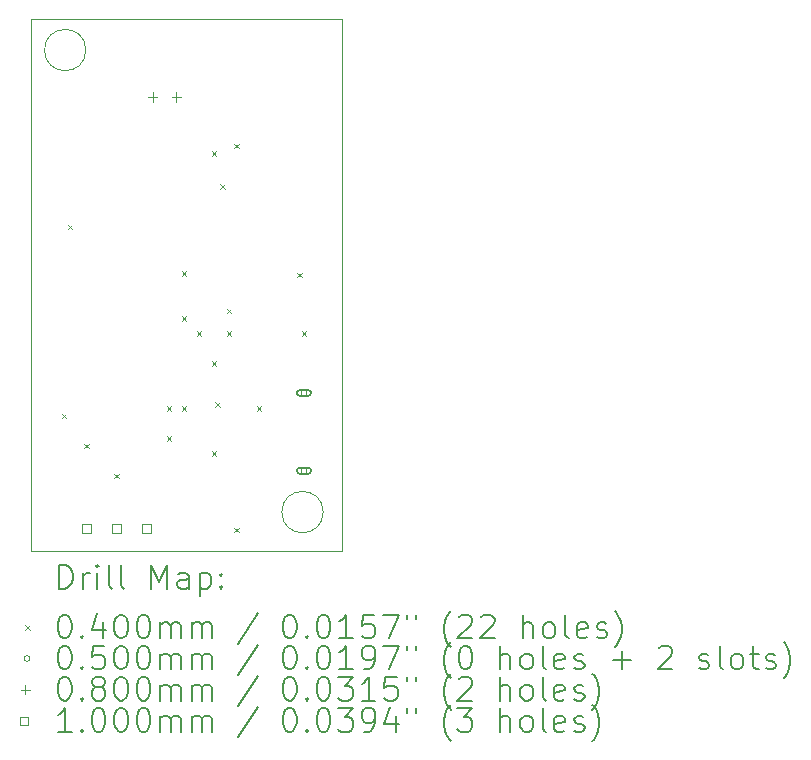
<source format=gbr>
%TF.GenerationSoftware,KiCad,Pcbnew,7.0.2*%
%TF.CreationDate,2023-06-29T20:21:06-04:00*%
%TF.ProjectId,skydiving-altimeter,736b7964-6976-4696-9e67-2d616c74696d,rev?*%
%TF.SameCoordinates,Original*%
%TF.FileFunction,Drillmap*%
%TF.FilePolarity,Positive*%
%FSLAX45Y45*%
G04 Gerber Fmt 4.5, Leading zero omitted, Abs format (unit mm)*
G04 Created by KiCad (PCBNEW 7.0.2) date 2023-06-29 20:21:06*
%MOMM*%
%LPD*%
G01*
G04 APERTURE LIST*
%ADD10C,0.100000*%
%ADD11C,0.200000*%
%ADD12C,0.040000*%
%ADD13C,0.050000*%
%ADD14C,0.080000*%
G04 APERTURE END LIST*
D10*
X10448500Y-7811500D02*
X13081000Y-7811500D01*
X13081000Y-12319000D01*
X10448500Y-12319000D01*
X10448500Y-7811500D01*
X10916400Y-8077200D02*
G75*
G03*
X10916400Y-8077200I-175000J0D01*
G01*
X12925800Y-11988800D02*
G75*
G03*
X12925800Y-11988800I-175000J0D01*
G01*
D11*
D12*
X10711500Y-11156000D02*
X10751500Y-11196000D01*
X10751500Y-11156000D02*
X10711500Y-11196000D01*
X10762300Y-9555800D02*
X10802300Y-9595800D01*
X10802300Y-9555800D02*
X10762300Y-9595800D01*
X10902000Y-11410000D02*
X10942000Y-11450000D01*
X10942000Y-11410000D02*
X10902000Y-11450000D01*
X11156000Y-11664000D02*
X11196000Y-11704000D01*
X11196000Y-11664000D02*
X11156000Y-11704000D01*
X11600500Y-11092500D02*
X11640500Y-11132500D01*
X11640500Y-11092500D02*
X11600500Y-11132500D01*
X11600500Y-11346500D02*
X11640500Y-11386500D01*
X11640500Y-11346500D02*
X11600500Y-11386500D01*
X11727500Y-9949500D02*
X11767500Y-9989500D01*
X11767500Y-9949500D02*
X11727500Y-9989500D01*
X11727500Y-10330500D02*
X11767500Y-10370500D01*
X11767500Y-10330500D02*
X11727500Y-10370500D01*
X11727500Y-11092500D02*
X11767500Y-11132500D01*
X11767500Y-11092500D02*
X11727500Y-11132500D01*
X11854500Y-10457500D02*
X11894500Y-10497500D01*
X11894500Y-10457500D02*
X11854500Y-10497500D01*
X11981500Y-8933500D02*
X12021500Y-8973500D01*
X12021500Y-8933500D02*
X11981500Y-8973500D01*
X11981500Y-10711500D02*
X12021500Y-10751500D01*
X12021500Y-10711500D02*
X11981500Y-10751500D01*
X11981500Y-11473500D02*
X12021500Y-11513500D01*
X12021500Y-11473500D02*
X11981500Y-11513500D01*
X12010500Y-11058000D02*
X12050500Y-11098000D01*
X12050500Y-11058000D02*
X12010500Y-11098000D01*
X12053950Y-9211500D02*
X12093950Y-9251500D01*
X12093950Y-9211500D02*
X12053950Y-9251500D01*
X12108500Y-10267000D02*
X12148500Y-10307000D01*
X12148500Y-10267000D02*
X12108500Y-10307000D01*
X12108500Y-10457500D02*
X12148500Y-10497500D01*
X12148500Y-10457500D02*
X12108500Y-10497500D01*
X12172000Y-8870000D02*
X12212000Y-8910000D01*
X12212000Y-8870000D02*
X12172000Y-8910000D01*
X12172000Y-12121200D02*
X12212000Y-12161200D01*
X12212000Y-12121200D02*
X12172000Y-12161200D01*
X12362500Y-11092500D02*
X12402500Y-11132500D01*
X12402500Y-11092500D02*
X12362500Y-11132500D01*
X12705400Y-9962200D02*
X12745400Y-10002200D01*
X12745400Y-9962200D02*
X12705400Y-10002200D01*
X12743500Y-10457500D02*
X12783500Y-10497500D01*
X12783500Y-10457500D02*
X12743500Y-10497500D01*
D13*
X12788500Y-10980000D02*
G75*
G03*
X12788500Y-10980000I-25000J0D01*
G01*
D11*
X12728500Y-11005000D02*
X12798500Y-11005000D01*
X12798500Y-11005000D02*
G75*
G03*
X12798500Y-10955000I0J25000D01*
G01*
X12798500Y-10955000D02*
X12728500Y-10955000D01*
X12728500Y-10955000D02*
G75*
G03*
X12728500Y-11005000I0J-25000D01*
G01*
D13*
X12788500Y-11640000D02*
G75*
G03*
X12788500Y-11640000I-25000J0D01*
G01*
D11*
X12728500Y-11665000D02*
X12798500Y-11665000D01*
X12798500Y-11665000D02*
G75*
G03*
X12798500Y-11615000I0J25000D01*
G01*
X12798500Y-11615000D02*
X12728500Y-11615000D01*
X12728500Y-11615000D02*
G75*
G03*
X12728500Y-11665000I0J-25000D01*
G01*
D14*
X11482400Y-8436250D02*
X11482400Y-8516250D01*
X11442400Y-8476250D02*
X11522400Y-8476250D01*
X11682400Y-8436250D02*
X11682400Y-8516250D01*
X11642400Y-8476250D02*
X11722400Y-8476250D01*
D10*
X10957356Y-12163856D02*
X10957356Y-12093144D01*
X10886644Y-12093144D01*
X10886644Y-12163856D01*
X10957356Y-12163856D01*
X11211356Y-12163856D02*
X11211356Y-12093144D01*
X11140644Y-12093144D01*
X11140644Y-12163856D01*
X11211356Y-12163856D01*
X11465356Y-12163856D02*
X11465356Y-12093144D01*
X11394644Y-12093144D01*
X11394644Y-12163856D01*
X11465356Y-12163856D01*
D11*
X10691119Y-12636524D02*
X10691119Y-12436524D01*
X10691119Y-12436524D02*
X10738738Y-12436524D01*
X10738738Y-12436524D02*
X10767310Y-12446048D01*
X10767310Y-12446048D02*
X10786357Y-12465095D01*
X10786357Y-12465095D02*
X10795881Y-12484143D01*
X10795881Y-12484143D02*
X10805405Y-12522238D01*
X10805405Y-12522238D02*
X10805405Y-12550809D01*
X10805405Y-12550809D02*
X10795881Y-12588905D01*
X10795881Y-12588905D02*
X10786357Y-12607952D01*
X10786357Y-12607952D02*
X10767310Y-12627000D01*
X10767310Y-12627000D02*
X10738738Y-12636524D01*
X10738738Y-12636524D02*
X10691119Y-12636524D01*
X10891119Y-12636524D02*
X10891119Y-12503190D01*
X10891119Y-12541286D02*
X10900643Y-12522238D01*
X10900643Y-12522238D02*
X10910167Y-12512714D01*
X10910167Y-12512714D02*
X10929214Y-12503190D01*
X10929214Y-12503190D02*
X10948262Y-12503190D01*
X11014929Y-12636524D02*
X11014929Y-12503190D01*
X11014929Y-12436524D02*
X11005405Y-12446048D01*
X11005405Y-12446048D02*
X11014929Y-12455571D01*
X11014929Y-12455571D02*
X11024452Y-12446048D01*
X11024452Y-12446048D02*
X11014929Y-12436524D01*
X11014929Y-12436524D02*
X11014929Y-12455571D01*
X11138738Y-12636524D02*
X11119690Y-12627000D01*
X11119690Y-12627000D02*
X11110167Y-12607952D01*
X11110167Y-12607952D02*
X11110167Y-12436524D01*
X11243500Y-12636524D02*
X11224452Y-12627000D01*
X11224452Y-12627000D02*
X11214928Y-12607952D01*
X11214928Y-12607952D02*
X11214928Y-12436524D01*
X11472071Y-12636524D02*
X11472071Y-12436524D01*
X11472071Y-12436524D02*
X11538738Y-12579381D01*
X11538738Y-12579381D02*
X11605405Y-12436524D01*
X11605405Y-12436524D02*
X11605405Y-12636524D01*
X11786357Y-12636524D02*
X11786357Y-12531762D01*
X11786357Y-12531762D02*
X11776833Y-12512714D01*
X11776833Y-12512714D02*
X11757786Y-12503190D01*
X11757786Y-12503190D02*
X11719690Y-12503190D01*
X11719690Y-12503190D02*
X11700643Y-12512714D01*
X11786357Y-12627000D02*
X11767309Y-12636524D01*
X11767309Y-12636524D02*
X11719690Y-12636524D01*
X11719690Y-12636524D02*
X11700643Y-12627000D01*
X11700643Y-12627000D02*
X11691119Y-12607952D01*
X11691119Y-12607952D02*
X11691119Y-12588905D01*
X11691119Y-12588905D02*
X11700643Y-12569857D01*
X11700643Y-12569857D02*
X11719690Y-12560333D01*
X11719690Y-12560333D02*
X11767309Y-12560333D01*
X11767309Y-12560333D02*
X11786357Y-12550809D01*
X11881595Y-12503190D02*
X11881595Y-12703190D01*
X11881595Y-12512714D02*
X11900643Y-12503190D01*
X11900643Y-12503190D02*
X11938738Y-12503190D01*
X11938738Y-12503190D02*
X11957786Y-12512714D01*
X11957786Y-12512714D02*
X11967309Y-12522238D01*
X11967309Y-12522238D02*
X11976833Y-12541286D01*
X11976833Y-12541286D02*
X11976833Y-12598428D01*
X11976833Y-12598428D02*
X11967309Y-12617476D01*
X11967309Y-12617476D02*
X11957786Y-12627000D01*
X11957786Y-12627000D02*
X11938738Y-12636524D01*
X11938738Y-12636524D02*
X11900643Y-12636524D01*
X11900643Y-12636524D02*
X11881595Y-12627000D01*
X12062548Y-12617476D02*
X12072071Y-12627000D01*
X12072071Y-12627000D02*
X12062548Y-12636524D01*
X12062548Y-12636524D02*
X12053024Y-12627000D01*
X12053024Y-12627000D02*
X12062548Y-12617476D01*
X12062548Y-12617476D02*
X12062548Y-12636524D01*
X12062548Y-12512714D02*
X12072071Y-12522238D01*
X12072071Y-12522238D02*
X12062548Y-12531762D01*
X12062548Y-12531762D02*
X12053024Y-12522238D01*
X12053024Y-12522238D02*
X12062548Y-12512714D01*
X12062548Y-12512714D02*
X12062548Y-12531762D01*
D12*
X10403500Y-12944000D02*
X10443500Y-12984000D01*
X10443500Y-12944000D02*
X10403500Y-12984000D01*
D11*
X10729214Y-12856524D02*
X10748262Y-12856524D01*
X10748262Y-12856524D02*
X10767310Y-12866048D01*
X10767310Y-12866048D02*
X10776833Y-12875571D01*
X10776833Y-12875571D02*
X10786357Y-12894619D01*
X10786357Y-12894619D02*
X10795881Y-12932714D01*
X10795881Y-12932714D02*
X10795881Y-12980333D01*
X10795881Y-12980333D02*
X10786357Y-13018428D01*
X10786357Y-13018428D02*
X10776833Y-13037476D01*
X10776833Y-13037476D02*
X10767310Y-13047000D01*
X10767310Y-13047000D02*
X10748262Y-13056524D01*
X10748262Y-13056524D02*
X10729214Y-13056524D01*
X10729214Y-13056524D02*
X10710167Y-13047000D01*
X10710167Y-13047000D02*
X10700643Y-13037476D01*
X10700643Y-13037476D02*
X10691119Y-13018428D01*
X10691119Y-13018428D02*
X10681595Y-12980333D01*
X10681595Y-12980333D02*
X10681595Y-12932714D01*
X10681595Y-12932714D02*
X10691119Y-12894619D01*
X10691119Y-12894619D02*
X10700643Y-12875571D01*
X10700643Y-12875571D02*
X10710167Y-12866048D01*
X10710167Y-12866048D02*
X10729214Y-12856524D01*
X10881595Y-13037476D02*
X10891119Y-13047000D01*
X10891119Y-13047000D02*
X10881595Y-13056524D01*
X10881595Y-13056524D02*
X10872071Y-13047000D01*
X10872071Y-13047000D02*
X10881595Y-13037476D01*
X10881595Y-13037476D02*
X10881595Y-13056524D01*
X11062548Y-12923190D02*
X11062548Y-13056524D01*
X11014929Y-12847000D02*
X10967310Y-12989857D01*
X10967310Y-12989857D02*
X11091119Y-12989857D01*
X11205405Y-12856524D02*
X11224452Y-12856524D01*
X11224452Y-12856524D02*
X11243500Y-12866048D01*
X11243500Y-12866048D02*
X11253024Y-12875571D01*
X11253024Y-12875571D02*
X11262548Y-12894619D01*
X11262548Y-12894619D02*
X11272071Y-12932714D01*
X11272071Y-12932714D02*
X11272071Y-12980333D01*
X11272071Y-12980333D02*
X11262548Y-13018428D01*
X11262548Y-13018428D02*
X11253024Y-13037476D01*
X11253024Y-13037476D02*
X11243500Y-13047000D01*
X11243500Y-13047000D02*
X11224452Y-13056524D01*
X11224452Y-13056524D02*
X11205405Y-13056524D01*
X11205405Y-13056524D02*
X11186357Y-13047000D01*
X11186357Y-13047000D02*
X11176833Y-13037476D01*
X11176833Y-13037476D02*
X11167310Y-13018428D01*
X11167310Y-13018428D02*
X11157786Y-12980333D01*
X11157786Y-12980333D02*
X11157786Y-12932714D01*
X11157786Y-12932714D02*
X11167310Y-12894619D01*
X11167310Y-12894619D02*
X11176833Y-12875571D01*
X11176833Y-12875571D02*
X11186357Y-12866048D01*
X11186357Y-12866048D02*
X11205405Y-12856524D01*
X11395881Y-12856524D02*
X11414929Y-12856524D01*
X11414929Y-12856524D02*
X11433976Y-12866048D01*
X11433976Y-12866048D02*
X11443500Y-12875571D01*
X11443500Y-12875571D02*
X11453024Y-12894619D01*
X11453024Y-12894619D02*
X11462548Y-12932714D01*
X11462548Y-12932714D02*
X11462548Y-12980333D01*
X11462548Y-12980333D02*
X11453024Y-13018428D01*
X11453024Y-13018428D02*
X11443500Y-13037476D01*
X11443500Y-13037476D02*
X11433976Y-13047000D01*
X11433976Y-13047000D02*
X11414929Y-13056524D01*
X11414929Y-13056524D02*
X11395881Y-13056524D01*
X11395881Y-13056524D02*
X11376833Y-13047000D01*
X11376833Y-13047000D02*
X11367309Y-13037476D01*
X11367309Y-13037476D02*
X11357786Y-13018428D01*
X11357786Y-13018428D02*
X11348262Y-12980333D01*
X11348262Y-12980333D02*
X11348262Y-12932714D01*
X11348262Y-12932714D02*
X11357786Y-12894619D01*
X11357786Y-12894619D02*
X11367309Y-12875571D01*
X11367309Y-12875571D02*
X11376833Y-12866048D01*
X11376833Y-12866048D02*
X11395881Y-12856524D01*
X11548262Y-13056524D02*
X11548262Y-12923190D01*
X11548262Y-12942238D02*
X11557786Y-12932714D01*
X11557786Y-12932714D02*
X11576833Y-12923190D01*
X11576833Y-12923190D02*
X11605405Y-12923190D01*
X11605405Y-12923190D02*
X11624452Y-12932714D01*
X11624452Y-12932714D02*
X11633976Y-12951762D01*
X11633976Y-12951762D02*
X11633976Y-13056524D01*
X11633976Y-12951762D02*
X11643500Y-12932714D01*
X11643500Y-12932714D02*
X11662548Y-12923190D01*
X11662548Y-12923190D02*
X11691119Y-12923190D01*
X11691119Y-12923190D02*
X11710167Y-12932714D01*
X11710167Y-12932714D02*
X11719690Y-12951762D01*
X11719690Y-12951762D02*
X11719690Y-13056524D01*
X11814929Y-13056524D02*
X11814929Y-12923190D01*
X11814929Y-12942238D02*
X11824452Y-12932714D01*
X11824452Y-12932714D02*
X11843500Y-12923190D01*
X11843500Y-12923190D02*
X11872071Y-12923190D01*
X11872071Y-12923190D02*
X11891119Y-12932714D01*
X11891119Y-12932714D02*
X11900643Y-12951762D01*
X11900643Y-12951762D02*
X11900643Y-13056524D01*
X11900643Y-12951762D02*
X11910167Y-12932714D01*
X11910167Y-12932714D02*
X11929214Y-12923190D01*
X11929214Y-12923190D02*
X11957786Y-12923190D01*
X11957786Y-12923190D02*
X11976833Y-12932714D01*
X11976833Y-12932714D02*
X11986357Y-12951762D01*
X11986357Y-12951762D02*
X11986357Y-13056524D01*
X12376833Y-12847000D02*
X12205405Y-13104143D01*
X12633976Y-12856524D02*
X12653024Y-12856524D01*
X12653024Y-12856524D02*
X12672072Y-12866048D01*
X12672072Y-12866048D02*
X12681595Y-12875571D01*
X12681595Y-12875571D02*
X12691119Y-12894619D01*
X12691119Y-12894619D02*
X12700643Y-12932714D01*
X12700643Y-12932714D02*
X12700643Y-12980333D01*
X12700643Y-12980333D02*
X12691119Y-13018428D01*
X12691119Y-13018428D02*
X12681595Y-13037476D01*
X12681595Y-13037476D02*
X12672072Y-13047000D01*
X12672072Y-13047000D02*
X12653024Y-13056524D01*
X12653024Y-13056524D02*
X12633976Y-13056524D01*
X12633976Y-13056524D02*
X12614929Y-13047000D01*
X12614929Y-13047000D02*
X12605405Y-13037476D01*
X12605405Y-13037476D02*
X12595881Y-13018428D01*
X12595881Y-13018428D02*
X12586357Y-12980333D01*
X12586357Y-12980333D02*
X12586357Y-12932714D01*
X12586357Y-12932714D02*
X12595881Y-12894619D01*
X12595881Y-12894619D02*
X12605405Y-12875571D01*
X12605405Y-12875571D02*
X12614929Y-12866048D01*
X12614929Y-12866048D02*
X12633976Y-12856524D01*
X12786357Y-13037476D02*
X12795881Y-13047000D01*
X12795881Y-13047000D02*
X12786357Y-13056524D01*
X12786357Y-13056524D02*
X12776833Y-13047000D01*
X12776833Y-13047000D02*
X12786357Y-13037476D01*
X12786357Y-13037476D02*
X12786357Y-13056524D01*
X12919691Y-12856524D02*
X12938738Y-12856524D01*
X12938738Y-12856524D02*
X12957786Y-12866048D01*
X12957786Y-12866048D02*
X12967310Y-12875571D01*
X12967310Y-12875571D02*
X12976833Y-12894619D01*
X12976833Y-12894619D02*
X12986357Y-12932714D01*
X12986357Y-12932714D02*
X12986357Y-12980333D01*
X12986357Y-12980333D02*
X12976833Y-13018428D01*
X12976833Y-13018428D02*
X12967310Y-13037476D01*
X12967310Y-13037476D02*
X12957786Y-13047000D01*
X12957786Y-13047000D02*
X12938738Y-13056524D01*
X12938738Y-13056524D02*
X12919691Y-13056524D01*
X12919691Y-13056524D02*
X12900643Y-13047000D01*
X12900643Y-13047000D02*
X12891119Y-13037476D01*
X12891119Y-13037476D02*
X12881595Y-13018428D01*
X12881595Y-13018428D02*
X12872072Y-12980333D01*
X12872072Y-12980333D02*
X12872072Y-12932714D01*
X12872072Y-12932714D02*
X12881595Y-12894619D01*
X12881595Y-12894619D02*
X12891119Y-12875571D01*
X12891119Y-12875571D02*
X12900643Y-12866048D01*
X12900643Y-12866048D02*
X12919691Y-12856524D01*
X13176833Y-13056524D02*
X13062548Y-13056524D01*
X13119691Y-13056524D02*
X13119691Y-12856524D01*
X13119691Y-12856524D02*
X13100643Y-12885095D01*
X13100643Y-12885095D02*
X13081595Y-12904143D01*
X13081595Y-12904143D02*
X13062548Y-12913667D01*
X13357786Y-12856524D02*
X13262548Y-12856524D01*
X13262548Y-12856524D02*
X13253024Y-12951762D01*
X13253024Y-12951762D02*
X13262548Y-12942238D01*
X13262548Y-12942238D02*
X13281595Y-12932714D01*
X13281595Y-12932714D02*
X13329214Y-12932714D01*
X13329214Y-12932714D02*
X13348262Y-12942238D01*
X13348262Y-12942238D02*
X13357786Y-12951762D01*
X13357786Y-12951762D02*
X13367310Y-12970809D01*
X13367310Y-12970809D02*
X13367310Y-13018428D01*
X13367310Y-13018428D02*
X13357786Y-13037476D01*
X13357786Y-13037476D02*
X13348262Y-13047000D01*
X13348262Y-13047000D02*
X13329214Y-13056524D01*
X13329214Y-13056524D02*
X13281595Y-13056524D01*
X13281595Y-13056524D02*
X13262548Y-13047000D01*
X13262548Y-13047000D02*
X13253024Y-13037476D01*
X13433976Y-12856524D02*
X13567310Y-12856524D01*
X13567310Y-12856524D02*
X13481595Y-13056524D01*
X13633976Y-12856524D02*
X13633976Y-12894619D01*
X13710167Y-12856524D02*
X13710167Y-12894619D01*
X14005405Y-13132714D02*
X13995881Y-13123190D01*
X13995881Y-13123190D02*
X13976834Y-13094619D01*
X13976834Y-13094619D02*
X13967310Y-13075571D01*
X13967310Y-13075571D02*
X13957786Y-13047000D01*
X13957786Y-13047000D02*
X13948262Y-12999381D01*
X13948262Y-12999381D02*
X13948262Y-12961286D01*
X13948262Y-12961286D02*
X13957786Y-12913667D01*
X13957786Y-12913667D02*
X13967310Y-12885095D01*
X13967310Y-12885095D02*
X13976834Y-12866048D01*
X13976834Y-12866048D02*
X13995881Y-12837476D01*
X13995881Y-12837476D02*
X14005405Y-12827952D01*
X14072072Y-12875571D02*
X14081595Y-12866048D01*
X14081595Y-12866048D02*
X14100643Y-12856524D01*
X14100643Y-12856524D02*
X14148262Y-12856524D01*
X14148262Y-12856524D02*
X14167310Y-12866048D01*
X14167310Y-12866048D02*
X14176834Y-12875571D01*
X14176834Y-12875571D02*
X14186357Y-12894619D01*
X14186357Y-12894619D02*
X14186357Y-12913667D01*
X14186357Y-12913667D02*
X14176834Y-12942238D01*
X14176834Y-12942238D02*
X14062548Y-13056524D01*
X14062548Y-13056524D02*
X14186357Y-13056524D01*
X14262548Y-12875571D02*
X14272072Y-12866048D01*
X14272072Y-12866048D02*
X14291119Y-12856524D01*
X14291119Y-12856524D02*
X14338738Y-12856524D01*
X14338738Y-12856524D02*
X14357786Y-12866048D01*
X14357786Y-12866048D02*
X14367310Y-12875571D01*
X14367310Y-12875571D02*
X14376834Y-12894619D01*
X14376834Y-12894619D02*
X14376834Y-12913667D01*
X14376834Y-12913667D02*
X14367310Y-12942238D01*
X14367310Y-12942238D02*
X14253024Y-13056524D01*
X14253024Y-13056524D02*
X14376834Y-13056524D01*
X14614929Y-13056524D02*
X14614929Y-12856524D01*
X14700643Y-13056524D02*
X14700643Y-12951762D01*
X14700643Y-12951762D02*
X14691119Y-12932714D01*
X14691119Y-12932714D02*
X14672072Y-12923190D01*
X14672072Y-12923190D02*
X14643500Y-12923190D01*
X14643500Y-12923190D02*
X14624453Y-12932714D01*
X14624453Y-12932714D02*
X14614929Y-12942238D01*
X14824453Y-13056524D02*
X14805405Y-13047000D01*
X14805405Y-13047000D02*
X14795881Y-13037476D01*
X14795881Y-13037476D02*
X14786357Y-13018428D01*
X14786357Y-13018428D02*
X14786357Y-12961286D01*
X14786357Y-12961286D02*
X14795881Y-12942238D01*
X14795881Y-12942238D02*
X14805405Y-12932714D01*
X14805405Y-12932714D02*
X14824453Y-12923190D01*
X14824453Y-12923190D02*
X14853024Y-12923190D01*
X14853024Y-12923190D02*
X14872072Y-12932714D01*
X14872072Y-12932714D02*
X14881596Y-12942238D01*
X14881596Y-12942238D02*
X14891119Y-12961286D01*
X14891119Y-12961286D02*
X14891119Y-13018428D01*
X14891119Y-13018428D02*
X14881596Y-13037476D01*
X14881596Y-13037476D02*
X14872072Y-13047000D01*
X14872072Y-13047000D02*
X14853024Y-13056524D01*
X14853024Y-13056524D02*
X14824453Y-13056524D01*
X15005405Y-13056524D02*
X14986357Y-13047000D01*
X14986357Y-13047000D02*
X14976834Y-13027952D01*
X14976834Y-13027952D02*
X14976834Y-12856524D01*
X15157786Y-13047000D02*
X15138738Y-13056524D01*
X15138738Y-13056524D02*
X15100643Y-13056524D01*
X15100643Y-13056524D02*
X15081596Y-13047000D01*
X15081596Y-13047000D02*
X15072072Y-13027952D01*
X15072072Y-13027952D02*
X15072072Y-12951762D01*
X15072072Y-12951762D02*
X15081596Y-12932714D01*
X15081596Y-12932714D02*
X15100643Y-12923190D01*
X15100643Y-12923190D02*
X15138738Y-12923190D01*
X15138738Y-12923190D02*
X15157786Y-12932714D01*
X15157786Y-12932714D02*
X15167310Y-12951762D01*
X15167310Y-12951762D02*
X15167310Y-12970809D01*
X15167310Y-12970809D02*
X15072072Y-12989857D01*
X15243500Y-13047000D02*
X15262548Y-13056524D01*
X15262548Y-13056524D02*
X15300643Y-13056524D01*
X15300643Y-13056524D02*
X15319691Y-13047000D01*
X15319691Y-13047000D02*
X15329215Y-13027952D01*
X15329215Y-13027952D02*
X15329215Y-13018428D01*
X15329215Y-13018428D02*
X15319691Y-12999381D01*
X15319691Y-12999381D02*
X15300643Y-12989857D01*
X15300643Y-12989857D02*
X15272072Y-12989857D01*
X15272072Y-12989857D02*
X15253024Y-12980333D01*
X15253024Y-12980333D02*
X15243500Y-12961286D01*
X15243500Y-12961286D02*
X15243500Y-12951762D01*
X15243500Y-12951762D02*
X15253024Y-12932714D01*
X15253024Y-12932714D02*
X15272072Y-12923190D01*
X15272072Y-12923190D02*
X15300643Y-12923190D01*
X15300643Y-12923190D02*
X15319691Y-12932714D01*
X15395881Y-13132714D02*
X15405405Y-13123190D01*
X15405405Y-13123190D02*
X15424453Y-13094619D01*
X15424453Y-13094619D02*
X15433977Y-13075571D01*
X15433977Y-13075571D02*
X15443500Y-13047000D01*
X15443500Y-13047000D02*
X15453024Y-12999381D01*
X15453024Y-12999381D02*
X15453024Y-12961286D01*
X15453024Y-12961286D02*
X15443500Y-12913667D01*
X15443500Y-12913667D02*
X15433977Y-12885095D01*
X15433977Y-12885095D02*
X15424453Y-12866048D01*
X15424453Y-12866048D02*
X15405405Y-12837476D01*
X15405405Y-12837476D02*
X15395881Y-12827952D01*
D13*
X10443500Y-13228000D02*
G75*
G03*
X10443500Y-13228000I-25000J0D01*
G01*
D11*
X10729214Y-13120524D02*
X10748262Y-13120524D01*
X10748262Y-13120524D02*
X10767310Y-13130048D01*
X10767310Y-13130048D02*
X10776833Y-13139571D01*
X10776833Y-13139571D02*
X10786357Y-13158619D01*
X10786357Y-13158619D02*
X10795881Y-13196714D01*
X10795881Y-13196714D02*
X10795881Y-13244333D01*
X10795881Y-13244333D02*
X10786357Y-13282428D01*
X10786357Y-13282428D02*
X10776833Y-13301476D01*
X10776833Y-13301476D02*
X10767310Y-13311000D01*
X10767310Y-13311000D02*
X10748262Y-13320524D01*
X10748262Y-13320524D02*
X10729214Y-13320524D01*
X10729214Y-13320524D02*
X10710167Y-13311000D01*
X10710167Y-13311000D02*
X10700643Y-13301476D01*
X10700643Y-13301476D02*
X10691119Y-13282428D01*
X10691119Y-13282428D02*
X10681595Y-13244333D01*
X10681595Y-13244333D02*
X10681595Y-13196714D01*
X10681595Y-13196714D02*
X10691119Y-13158619D01*
X10691119Y-13158619D02*
X10700643Y-13139571D01*
X10700643Y-13139571D02*
X10710167Y-13130048D01*
X10710167Y-13130048D02*
X10729214Y-13120524D01*
X10881595Y-13301476D02*
X10891119Y-13311000D01*
X10891119Y-13311000D02*
X10881595Y-13320524D01*
X10881595Y-13320524D02*
X10872071Y-13311000D01*
X10872071Y-13311000D02*
X10881595Y-13301476D01*
X10881595Y-13301476D02*
X10881595Y-13320524D01*
X11072071Y-13120524D02*
X10976833Y-13120524D01*
X10976833Y-13120524D02*
X10967310Y-13215762D01*
X10967310Y-13215762D02*
X10976833Y-13206238D01*
X10976833Y-13206238D02*
X10995881Y-13196714D01*
X10995881Y-13196714D02*
X11043500Y-13196714D01*
X11043500Y-13196714D02*
X11062548Y-13206238D01*
X11062548Y-13206238D02*
X11072071Y-13215762D01*
X11072071Y-13215762D02*
X11081595Y-13234809D01*
X11081595Y-13234809D02*
X11081595Y-13282428D01*
X11081595Y-13282428D02*
X11072071Y-13301476D01*
X11072071Y-13301476D02*
X11062548Y-13311000D01*
X11062548Y-13311000D02*
X11043500Y-13320524D01*
X11043500Y-13320524D02*
X10995881Y-13320524D01*
X10995881Y-13320524D02*
X10976833Y-13311000D01*
X10976833Y-13311000D02*
X10967310Y-13301476D01*
X11205405Y-13120524D02*
X11224452Y-13120524D01*
X11224452Y-13120524D02*
X11243500Y-13130048D01*
X11243500Y-13130048D02*
X11253024Y-13139571D01*
X11253024Y-13139571D02*
X11262548Y-13158619D01*
X11262548Y-13158619D02*
X11272071Y-13196714D01*
X11272071Y-13196714D02*
X11272071Y-13244333D01*
X11272071Y-13244333D02*
X11262548Y-13282428D01*
X11262548Y-13282428D02*
X11253024Y-13301476D01*
X11253024Y-13301476D02*
X11243500Y-13311000D01*
X11243500Y-13311000D02*
X11224452Y-13320524D01*
X11224452Y-13320524D02*
X11205405Y-13320524D01*
X11205405Y-13320524D02*
X11186357Y-13311000D01*
X11186357Y-13311000D02*
X11176833Y-13301476D01*
X11176833Y-13301476D02*
X11167310Y-13282428D01*
X11167310Y-13282428D02*
X11157786Y-13244333D01*
X11157786Y-13244333D02*
X11157786Y-13196714D01*
X11157786Y-13196714D02*
X11167310Y-13158619D01*
X11167310Y-13158619D02*
X11176833Y-13139571D01*
X11176833Y-13139571D02*
X11186357Y-13130048D01*
X11186357Y-13130048D02*
X11205405Y-13120524D01*
X11395881Y-13120524D02*
X11414929Y-13120524D01*
X11414929Y-13120524D02*
X11433976Y-13130048D01*
X11433976Y-13130048D02*
X11443500Y-13139571D01*
X11443500Y-13139571D02*
X11453024Y-13158619D01*
X11453024Y-13158619D02*
X11462548Y-13196714D01*
X11462548Y-13196714D02*
X11462548Y-13244333D01*
X11462548Y-13244333D02*
X11453024Y-13282428D01*
X11453024Y-13282428D02*
X11443500Y-13301476D01*
X11443500Y-13301476D02*
X11433976Y-13311000D01*
X11433976Y-13311000D02*
X11414929Y-13320524D01*
X11414929Y-13320524D02*
X11395881Y-13320524D01*
X11395881Y-13320524D02*
X11376833Y-13311000D01*
X11376833Y-13311000D02*
X11367309Y-13301476D01*
X11367309Y-13301476D02*
X11357786Y-13282428D01*
X11357786Y-13282428D02*
X11348262Y-13244333D01*
X11348262Y-13244333D02*
X11348262Y-13196714D01*
X11348262Y-13196714D02*
X11357786Y-13158619D01*
X11357786Y-13158619D02*
X11367309Y-13139571D01*
X11367309Y-13139571D02*
X11376833Y-13130048D01*
X11376833Y-13130048D02*
X11395881Y-13120524D01*
X11548262Y-13320524D02*
X11548262Y-13187190D01*
X11548262Y-13206238D02*
X11557786Y-13196714D01*
X11557786Y-13196714D02*
X11576833Y-13187190D01*
X11576833Y-13187190D02*
X11605405Y-13187190D01*
X11605405Y-13187190D02*
X11624452Y-13196714D01*
X11624452Y-13196714D02*
X11633976Y-13215762D01*
X11633976Y-13215762D02*
X11633976Y-13320524D01*
X11633976Y-13215762D02*
X11643500Y-13196714D01*
X11643500Y-13196714D02*
X11662548Y-13187190D01*
X11662548Y-13187190D02*
X11691119Y-13187190D01*
X11691119Y-13187190D02*
X11710167Y-13196714D01*
X11710167Y-13196714D02*
X11719690Y-13215762D01*
X11719690Y-13215762D02*
X11719690Y-13320524D01*
X11814929Y-13320524D02*
X11814929Y-13187190D01*
X11814929Y-13206238D02*
X11824452Y-13196714D01*
X11824452Y-13196714D02*
X11843500Y-13187190D01*
X11843500Y-13187190D02*
X11872071Y-13187190D01*
X11872071Y-13187190D02*
X11891119Y-13196714D01*
X11891119Y-13196714D02*
X11900643Y-13215762D01*
X11900643Y-13215762D02*
X11900643Y-13320524D01*
X11900643Y-13215762D02*
X11910167Y-13196714D01*
X11910167Y-13196714D02*
X11929214Y-13187190D01*
X11929214Y-13187190D02*
X11957786Y-13187190D01*
X11957786Y-13187190D02*
X11976833Y-13196714D01*
X11976833Y-13196714D02*
X11986357Y-13215762D01*
X11986357Y-13215762D02*
X11986357Y-13320524D01*
X12376833Y-13111000D02*
X12205405Y-13368143D01*
X12633976Y-13120524D02*
X12653024Y-13120524D01*
X12653024Y-13120524D02*
X12672072Y-13130048D01*
X12672072Y-13130048D02*
X12681595Y-13139571D01*
X12681595Y-13139571D02*
X12691119Y-13158619D01*
X12691119Y-13158619D02*
X12700643Y-13196714D01*
X12700643Y-13196714D02*
X12700643Y-13244333D01*
X12700643Y-13244333D02*
X12691119Y-13282428D01*
X12691119Y-13282428D02*
X12681595Y-13301476D01*
X12681595Y-13301476D02*
X12672072Y-13311000D01*
X12672072Y-13311000D02*
X12653024Y-13320524D01*
X12653024Y-13320524D02*
X12633976Y-13320524D01*
X12633976Y-13320524D02*
X12614929Y-13311000D01*
X12614929Y-13311000D02*
X12605405Y-13301476D01*
X12605405Y-13301476D02*
X12595881Y-13282428D01*
X12595881Y-13282428D02*
X12586357Y-13244333D01*
X12586357Y-13244333D02*
X12586357Y-13196714D01*
X12586357Y-13196714D02*
X12595881Y-13158619D01*
X12595881Y-13158619D02*
X12605405Y-13139571D01*
X12605405Y-13139571D02*
X12614929Y-13130048D01*
X12614929Y-13130048D02*
X12633976Y-13120524D01*
X12786357Y-13301476D02*
X12795881Y-13311000D01*
X12795881Y-13311000D02*
X12786357Y-13320524D01*
X12786357Y-13320524D02*
X12776833Y-13311000D01*
X12776833Y-13311000D02*
X12786357Y-13301476D01*
X12786357Y-13301476D02*
X12786357Y-13320524D01*
X12919691Y-13120524D02*
X12938738Y-13120524D01*
X12938738Y-13120524D02*
X12957786Y-13130048D01*
X12957786Y-13130048D02*
X12967310Y-13139571D01*
X12967310Y-13139571D02*
X12976833Y-13158619D01*
X12976833Y-13158619D02*
X12986357Y-13196714D01*
X12986357Y-13196714D02*
X12986357Y-13244333D01*
X12986357Y-13244333D02*
X12976833Y-13282428D01*
X12976833Y-13282428D02*
X12967310Y-13301476D01*
X12967310Y-13301476D02*
X12957786Y-13311000D01*
X12957786Y-13311000D02*
X12938738Y-13320524D01*
X12938738Y-13320524D02*
X12919691Y-13320524D01*
X12919691Y-13320524D02*
X12900643Y-13311000D01*
X12900643Y-13311000D02*
X12891119Y-13301476D01*
X12891119Y-13301476D02*
X12881595Y-13282428D01*
X12881595Y-13282428D02*
X12872072Y-13244333D01*
X12872072Y-13244333D02*
X12872072Y-13196714D01*
X12872072Y-13196714D02*
X12881595Y-13158619D01*
X12881595Y-13158619D02*
X12891119Y-13139571D01*
X12891119Y-13139571D02*
X12900643Y-13130048D01*
X12900643Y-13130048D02*
X12919691Y-13120524D01*
X13176833Y-13320524D02*
X13062548Y-13320524D01*
X13119691Y-13320524D02*
X13119691Y-13120524D01*
X13119691Y-13120524D02*
X13100643Y-13149095D01*
X13100643Y-13149095D02*
X13081595Y-13168143D01*
X13081595Y-13168143D02*
X13062548Y-13177667D01*
X13272072Y-13320524D02*
X13310167Y-13320524D01*
X13310167Y-13320524D02*
X13329214Y-13311000D01*
X13329214Y-13311000D02*
X13338738Y-13301476D01*
X13338738Y-13301476D02*
X13357786Y-13272905D01*
X13357786Y-13272905D02*
X13367310Y-13234809D01*
X13367310Y-13234809D02*
X13367310Y-13158619D01*
X13367310Y-13158619D02*
X13357786Y-13139571D01*
X13357786Y-13139571D02*
X13348262Y-13130048D01*
X13348262Y-13130048D02*
X13329214Y-13120524D01*
X13329214Y-13120524D02*
X13291119Y-13120524D01*
X13291119Y-13120524D02*
X13272072Y-13130048D01*
X13272072Y-13130048D02*
X13262548Y-13139571D01*
X13262548Y-13139571D02*
X13253024Y-13158619D01*
X13253024Y-13158619D02*
X13253024Y-13206238D01*
X13253024Y-13206238D02*
X13262548Y-13225286D01*
X13262548Y-13225286D02*
X13272072Y-13234809D01*
X13272072Y-13234809D02*
X13291119Y-13244333D01*
X13291119Y-13244333D02*
X13329214Y-13244333D01*
X13329214Y-13244333D02*
X13348262Y-13234809D01*
X13348262Y-13234809D02*
X13357786Y-13225286D01*
X13357786Y-13225286D02*
X13367310Y-13206238D01*
X13433976Y-13120524D02*
X13567310Y-13120524D01*
X13567310Y-13120524D02*
X13481595Y-13320524D01*
X13633976Y-13120524D02*
X13633976Y-13158619D01*
X13710167Y-13120524D02*
X13710167Y-13158619D01*
X14005405Y-13396714D02*
X13995881Y-13387190D01*
X13995881Y-13387190D02*
X13976834Y-13358619D01*
X13976834Y-13358619D02*
X13967310Y-13339571D01*
X13967310Y-13339571D02*
X13957786Y-13311000D01*
X13957786Y-13311000D02*
X13948262Y-13263381D01*
X13948262Y-13263381D02*
X13948262Y-13225286D01*
X13948262Y-13225286D02*
X13957786Y-13177667D01*
X13957786Y-13177667D02*
X13967310Y-13149095D01*
X13967310Y-13149095D02*
X13976834Y-13130048D01*
X13976834Y-13130048D02*
X13995881Y-13101476D01*
X13995881Y-13101476D02*
X14005405Y-13091952D01*
X14119691Y-13120524D02*
X14138738Y-13120524D01*
X14138738Y-13120524D02*
X14157786Y-13130048D01*
X14157786Y-13130048D02*
X14167310Y-13139571D01*
X14167310Y-13139571D02*
X14176834Y-13158619D01*
X14176834Y-13158619D02*
X14186357Y-13196714D01*
X14186357Y-13196714D02*
X14186357Y-13244333D01*
X14186357Y-13244333D02*
X14176834Y-13282428D01*
X14176834Y-13282428D02*
X14167310Y-13301476D01*
X14167310Y-13301476D02*
X14157786Y-13311000D01*
X14157786Y-13311000D02*
X14138738Y-13320524D01*
X14138738Y-13320524D02*
X14119691Y-13320524D01*
X14119691Y-13320524D02*
X14100643Y-13311000D01*
X14100643Y-13311000D02*
X14091119Y-13301476D01*
X14091119Y-13301476D02*
X14081595Y-13282428D01*
X14081595Y-13282428D02*
X14072072Y-13244333D01*
X14072072Y-13244333D02*
X14072072Y-13196714D01*
X14072072Y-13196714D02*
X14081595Y-13158619D01*
X14081595Y-13158619D02*
X14091119Y-13139571D01*
X14091119Y-13139571D02*
X14100643Y-13130048D01*
X14100643Y-13130048D02*
X14119691Y-13120524D01*
X14424453Y-13320524D02*
X14424453Y-13120524D01*
X14510167Y-13320524D02*
X14510167Y-13215762D01*
X14510167Y-13215762D02*
X14500643Y-13196714D01*
X14500643Y-13196714D02*
X14481596Y-13187190D01*
X14481596Y-13187190D02*
X14453024Y-13187190D01*
X14453024Y-13187190D02*
X14433976Y-13196714D01*
X14433976Y-13196714D02*
X14424453Y-13206238D01*
X14633976Y-13320524D02*
X14614929Y-13311000D01*
X14614929Y-13311000D02*
X14605405Y-13301476D01*
X14605405Y-13301476D02*
X14595881Y-13282428D01*
X14595881Y-13282428D02*
X14595881Y-13225286D01*
X14595881Y-13225286D02*
X14605405Y-13206238D01*
X14605405Y-13206238D02*
X14614929Y-13196714D01*
X14614929Y-13196714D02*
X14633976Y-13187190D01*
X14633976Y-13187190D02*
X14662548Y-13187190D01*
X14662548Y-13187190D02*
X14681596Y-13196714D01*
X14681596Y-13196714D02*
X14691119Y-13206238D01*
X14691119Y-13206238D02*
X14700643Y-13225286D01*
X14700643Y-13225286D02*
X14700643Y-13282428D01*
X14700643Y-13282428D02*
X14691119Y-13301476D01*
X14691119Y-13301476D02*
X14681596Y-13311000D01*
X14681596Y-13311000D02*
X14662548Y-13320524D01*
X14662548Y-13320524D02*
X14633976Y-13320524D01*
X14814929Y-13320524D02*
X14795881Y-13311000D01*
X14795881Y-13311000D02*
X14786357Y-13291952D01*
X14786357Y-13291952D02*
X14786357Y-13120524D01*
X14967310Y-13311000D02*
X14948262Y-13320524D01*
X14948262Y-13320524D02*
X14910167Y-13320524D01*
X14910167Y-13320524D02*
X14891119Y-13311000D01*
X14891119Y-13311000D02*
X14881596Y-13291952D01*
X14881596Y-13291952D02*
X14881596Y-13215762D01*
X14881596Y-13215762D02*
X14891119Y-13196714D01*
X14891119Y-13196714D02*
X14910167Y-13187190D01*
X14910167Y-13187190D02*
X14948262Y-13187190D01*
X14948262Y-13187190D02*
X14967310Y-13196714D01*
X14967310Y-13196714D02*
X14976834Y-13215762D01*
X14976834Y-13215762D02*
X14976834Y-13234809D01*
X14976834Y-13234809D02*
X14881596Y-13253857D01*
X15053024Y-13311000D02*
X15072072Y-13320524D01*
X15072072Y-13320524D02*
X15110167Y-13320524D01*
X15110167Y-13320524D02*
X15129215Y-13311000D01*
X15129215Y-13311000D02*
X15138738Y-13291952D01*
X15138738Y-13291952D02*
X15138738Y-13282428D01*
X15138738Y-13282428D02*
X15129215Y-13263381D01*
X15129215Y-13263381D02*
X15110167Y-13253857D01*
X15110167Y-13253857D02*
X15081596Y-13253857D01*
X15081596Y-13253857D02*
X15062548Y-13244333D01*
X15062548Y-13244333D02*
X15053024Y-13225286D01*
X15053024Y-13225286D02*
X15053024Y-13215762D01*
X15053024Y-13215762D02*
X15062548Y-13196714D01*
X15062548Y-13196714D02*
X15081596Y-13187190D01*
X15081596Y-13187190D02*
X15110167Y-13187190D01*
X15110167Y-13187190D02*
X15129215Y-13196714D01*
X15376834Y-13244333D02*
X15529215Y-13244333D01*
X15453024Y-13320524D02*
X15453024Y-13168143D01*
X15767310Y-13139571D02*
X15776834Y-13130048D01*
X15776834Y-13130048D02*
X15795881Y-13120524D01*
X15795881Y-13120524D02*
X15843500Y-13120524D01*
X15843500Y-13120524D02*
X15862548Y-13130048D01*
X15862548Y-13130048D02*
X15872072Y-13139571D01*
X15872072Y-13139571D02*
X15881596Y-13158619D01*
X15881596Y-13158619D02*
X15881596Y-13177667D01*
X15881596Y-13177667D02*
X15872072Y-13206238D01*
X15872072Y-13206238D02*
X15757786Y-13320524D01*
X15757786Y-13320524D02*
X15881596Y-13320524D01*
X16110167Y-13311000D02*
X16129215Y-13320524D01*
X16129215Y-13320524D02*
X16167310Y-13320524D01*
X16167310Y-13320524D02*
X16186358Y-13311000D01*
X16186358Y-13311000D02*
X16195881Y-13291952D01*
X16195881Y-13291952D02*
X16195881Y-13282428D01*
X16195881Y-13282428D02*
X16186358Y-13263381D01*
X16186358Y-13263381D02*
X16167310Y-13253857D01*
X16167310Y-13253857D02*
X16138739Y-13253857D01*
X16138739Y-13253857D02*
X16119691Y-13244333D01*
X16119691Y-13244333D02*
X16110167Y-13225286D01*
X16110167Y-13225286D02*
X16110167Y-13215762D01*
X16110167Y-13215762D02*
X16119691Y-13196714D01*
X16119691Y-13196714D02*
X16138739Y-13187190D01*
X16138739Y-13187190D02*
X16167310Y-13187190D01*
X16167310Y-13187190D02*
X16186358Y-13196714D01*
X16310167Y-13320524D02*
X16291120Y-13311000D01*
X16291120Y-13311000D02*
X16281596Y-13291952D01*
X16281596Y-13291952D02*
X16281596Y-13120524D01*
X16414929Y-13320524D02*
X16395881Y-13311000D01*
X16395881Y-13311000D02*
X16386358Y-13301476D01*
X16386358Y-13301476D02*
X16376834Y-13282428D01*
X16376834Y-13282428D02*
X16376834Y-13225286D01*
X16376834Y-13225286D02*
X16386358Y-13206238D01*
X16386358Y-13206238D02*
X16395881Y-13196714D01*
X16395881Y-13196714D02*
X16414929Y-13187190D01*
X16414929Y-13187190D02*
X16443501Y-13187190D01*
X16443501Y-13187190D02*
X16462548Y-13196714D01*
X16462548Y-13196714D02*
X16472072Y-13206238D01*
X16472072Y-13206238D02*
X16481596Y-13225286D01*
X16481596Y-13225286D02*
X16481596Y-13282428D01*
X16481596Y-13282428D02*
X16472072Y-13301476D01*
X16472072Y-13301476D02*
X16462548Y-13311000D01*
X16462548Y-13311000D02*
X16443501Y-13320524D01*
X16443501Y-13320524D02*
X16414929Y-13320524D01*
X16538739Y-13187190D02*
X16614929Y-13187190D01*
X16567310Y-13120524D02*
X16567310Y-13291952D01*
X16567310Y-13291952D02*
X16576834Y-13311000D01*
X16576834Y-13311000D02*
X16595881Y-13320524D01*
X16595881Y-13320524D02*
X16614929Y-13320524D01*
X16672072Y-13311000D02*
X16691120Y-13320524D01*
X16691120Y-13320524D02*
X16729215Y-13320524D01*
X16729215Y-13320524D02*
X16748262Y-13311000D01*
X16748262Y-13311000D02*
X16757786Y-13291952D01*
X16757786Y-13291952D02*
X16757786Y-13282428D01*
X16757786Y-13282428D02*
X16748262Y-13263381D01*
X16748262Y-13263381D02*
X16729215Y-13253857D01*
X16729215Y-13253857D02*
X16700643Y-13253857D01*
X16700643Y-13253857D02*
X16681596Y-13244333D01*
X16681596Y-13244333D02*
X16672072Y-13225286D01*
X16672072Y-13225286D02*
X16672072Y-13215762D01*
X16672072Y-13215762D02*
X16681596Y-13196714D01*
X16681596Y-13196714D02*
X16700643Y-13187190D01*
X16700643Y-13187190D02*
X16729215Y-13187190D01*
X16729215Y-13187190D02*
X16748262Y-13196714D01*
X16824453Y-13396714D02*
X16833977Y-13387190D01*
X16833977Y-13387190D02*
X16853024Y-13358619D01*
X16853024Y-13358619D02*
X16862548Y-13339571D01*
X16862548Y-13339571D02*
X16872072Y-13311000D01*
X16872072Y-13311000D02*
X16881596Y-13263381D01*
X16881596Y-13263381D02*
X16881596Y-13225286D01*
X16881596Y-13225286D02*
X16872072Y-13177667D01*
X16872072Y-13177667D02*
X16862548Y-13149095D01*
X16862548Y-13149095D02*
X16853024Y-13130048D01*
X16853024Y-13130048D02*
X16833977Y-13101476D01*
X16833977Y-13101476D02*
X16824453Y-13091952D01*
D14*
X10403500Y-13452000D02*
X10403500Y-13532000D01*
X10363500Y-13492000D02*
X10443500Y-13492000D01*
D11*
X10729214Y-13384524D02*
X10748262Y-13384524D01*
X10748262Y-13384524D02*
X10767310Y-13394048D01*
X10767310Y-13394048D02*
X10776833Y-13403571D01*
X10776833Y-13403571D02*
X10786357Y-13422619D01*
X10786357Y-13422619D02*
X10795881Y-13460714D01*
X10795881Y-13460714D02*
X10795881Y-13508333D01*
X10795881Y-13508333D02*
X10786357Y-13546428D01*
X10786357Y-13546428D02*
X10776833Y-13565476D01*
X10776833Y-13565476D02*
X10767310Y-13575000D01*
X10767310Y-13575000D02*
X10748262Y-13584524D01*
X10748262Y-13584524D02*
X10729214Y-13584524D01*
X10729214Y-13584524D02*
X10710167Y-13575000D01*
X10710167Y-13575000D02*
X10700643Y-13565476D01*
X10700643Y-13565476D02*
X10691119Y-13546428D01*
X10691119Y-13546428D02*
X10681595Y-13508333D01*
X10681595Y-13508333D02*
X10681595Y-13460714D01*
X10681595Y-13460714D02*
X10691119Y-13422619D01*
X10691119Y-13422619D02*
X10700643Y-13403571D01*
X10700643Y-13403571D02*
X10710167Y-13394048D01*
X10710167Y-13394048D02*
X10729214Y-13384524D01*
X10881595Y-13565476D02*
X10891119Y-13575000D01*
X10891119Y-13575000D02*
X10881595Y-13584524D01*
X10881595Y-13584524D02*
X10872071Y-13575000D01*
X10872071Y-13575000D02*
X10881595Y-13565476D01*
X10881595Y-13565476D02*
X10881595Y-13584524D01*
X11005405Y-13470238D02*
X10986357Y-13460714D01*
X10986357Y-13460714D02*
X10976833Y-13451190D01*
X10976833Y-13451190D02*
X10967310Y-13432143D01*
X10967310Y-13432143D02*
X10967310Y-13422619D01*
X10967310Y-13422619D02*
X10976833Y-13403571D01*
X10976833Y-13403571D02*
X10986357Y-13394048D01*
X10986357Y-13394048D02*
X11005405Y-13384524D01*
X11005405Y-13384524D02*
X11043500Y-13384524D01*
X11043500Y-13384524D02*
X11062548Y-13394048D01*
X11062548Y-13394048D02*
X11072071Y-13403571D01*
X11072071Y-13403571D02*
X11081595Y-13422619D01*
X11081595Y-13422619D02*
X11081595Y-13432143D01*
X11081595Y-13432143D02*
X11072071Y-13451190D01*
X11072071Y-13451190D02*
X11062548Y-13460714D01*
X11062548Y-13460714D02*
X11043500Y-13470238D01*
X11043500Y-13470238D02*
X11005405Y-13470238D01*
X11005405Y-13470238D02*
X10986357Y-13479762D01*
X10986357Y-13479762D02*
X10976833Y-13489286D01*
X10976833Y-13489286D02*
X10967310Y-13508333D01*
X10967310Y-13508333D02*
X10967310Y-13546428D01*
X10967310Y-13546428D02*
X10976833Y-13565476D01*
X10976833Y-13565476D02*
X10986357Y-13575000D01*
X10986357Y-13575000D02*
X11005405Y-13584524D01*
X11005405Y-13584524D02*
X11043500Y-13584524D01*
X11043500Y-13584524D02*
X11062548Y-13575000D01*
X11062548Y-13575000D02*
X11072071Y-13565476D01*
X11072071Y-13565476D02*
X11081595Y-13546428D01*
X11081595Y-13546428D02*
X11081595Y-13508333D01*
X11081595Y-13508333D02*
X11072071Y-13489286D01*
X11072071Y-13489286D02*
X11062548Y-13479762D01*
X11062548Y-13479762D02*
X11043500Y-13470238D01*
X11205405Y-13384524D02*
X11224452Y-13384524D01*
X11224452Y-13384524D02*
X11243500Y-13394048D01*
X11243500Y-13394048D02*
X11253024Y-13403571D01*
X11253024Y-13403571D02*
X11262548Y-13422619D01*
X11262548Y-13422619D02*
X11272071Y-13460714D01*
X11272071Y-13460714D02*
X11272071Y-13508333D01*
X11272071Y-13508333D02*
X11262548Y-13546428D01*
X11262548Y-13546428D02*
X11253024Y-13565476D01*
X11253024Y-13565476D02*
X11243500Y-13575000D01*
X11243500Y-13575000D02*
X11224452Y-13584524D01*
X11224452Y-13584524D02*
X11205405Y-13584524D01*
X11205405Y-13584524D02*
X11186357Y-13575000D01*
X11186357Y-13575000D02*
X11176833Y-13565476D01*
X11176833Y-13565476D02*
X11167310Y-13546428D01*
X11167310Y-13546428D02*
X11157786Y-13508333D01*
X11157786Y-13508333D02*
X11157786Y-13460714D01*
X11157786Y-13460714D02*
X11167310Y-13422619D01*
X11167310Y-13422619D02*
X11176833Y-13403571D01*
X11176833Y-13403571D02*
X11186357Y-13394048D01*
X11186357Y-13394048D02*
X11205405Y-13384524D01*
X11395881Y-13384524D02*
X11414929Y-13384524D01*
X11414929Y-13384524D02*
X11433976Y-13394048D01*
X11433976Y-13394048D02*
X11443500Y-13403571D01*
X11443500Y-13403571D02*
X11453024Y-13422619D01*
X11453024Y-13422619D02*
X11462548Y-13460714D01*
X11462548Y-13460714D02*
X11462548Y-13508333D01*
X11462548Y-13508333D02*
X11453024Y-13546428D01*
X11453024Y-13546428D02*
X11443500Y-13565476D01*
X11443500Y-13565476D02*
X11433976Y-13575000D01*
X11433976Y-13575000D02*
X11414929Y-13584524D01*
X11414929Y-13584524D02*
X11395881Y-13584524D01*
X11395881Y-13584524D02*
X11376833Y-13575000D01*
X11376833Y-13575000D02*
X11367309Y-13565476D01*
X11367309Y-13565476D02*
X11357786Y-13546428D01*
X11357786Y-13546428D02*
X11348262Y-13508333D01*
X11348262Y-13508333D02*
X11348262Y-13460714D01*
X11348262Y-13460714D02*
X11357786Y-13422619D01*
X11357786Y-13422619D02*
X11367309Y-13403571D01*
X11367309Y-13403571D02*
X11376833Y-13394048D01*
X11376833Y-13394048D02*
X11395881Y-13384524D01*
X11548262Y-13584524D02*
X11548262Y-13451190D01*
X11548262Y-13470238D02*
X11557786Y-13460714D01*
X11557786Y-13460714D02*
X11576833Y-13451190D01*
X11576833Y-13451190D02*
X11605405Y-13451190D01*
X11605405Y-13451190D02*
X11624452Y-13460714D01*
X11624452Y-13460714D02*
X11633976Y-13479762D01*
X11633976Y-13479762D02*
X11633976Y-13584524D01*
X11633976Y-13479762D02*
X11643500Y-13460714D01*
X11643500Y-13460714D02*
X11662548Y-13451190D01*
X11662548Y-13451190D02*
X11691119Y-13451190D01*
X11691119Y-13451190D02*
X11710167Y-13460714D01*
X11710167Y-13460714D02*
X11719690Y-13479762D01*
X11719690Y-13479762D02*
X11719690Y-13584524D01*
X11814929Y-13584524D02*
X11814929Y-13451190D01*
X11814929Y-13470238D02*
X11824452Y-13460714D01*
X11824452Y-13460714D02*
X11843500Y-13451190D01*
X11843500Y-13451190D02*
X11872071Y-13451190D01*
X11872071Y-13451190D02*
X11891119Y-13460714D01*
X11891119Y-13460714D02*
X11900643Y-13479762D01*
X11900643Y-13479762D02*
X11900643Y-13584524D01*
X11900643Y-13479762D02*
X11910167Y-13460714D01*
X11910167Y-13460714D02*
X11929214Y-13451190D01*
X11929214Y-13451190D02*
X11957786Y-13451190D01*
X11957786Y-13451190D02*
X11976833Y-13460714D01*
X11976833Y-13460714D02*
X11986357Y-13479762D01*
X11986357Y-13479762D02*
X11986357Y-13584524D01*
X12376833Y-13375000D02*
X12205405Y-13632143D01*
X12633976Y-13384524D02*
X12653024Y-13384524D01*
X12653024Y-13384524D02*
X12672072Y-13394048D01*
X12672072Y-13394048D02*
X12681595Y-13403571D01*
X12681595Y-13403571D02*
X12691119Y-13422619D01*
X12691119Y-13422619D02*
X12700643Y-13460714D01*
X12700643Y-13460714D02*
X12700643Y-13508333D01*
X12700643Y-13508333D02*
X12691119Y-13546428D01*
X12691119Y-13546428D02*
X12681595Y-13565476D01*
X12681595Y-13565476D02*
X12672072Y-13575000D01*
X12672072Y-13575000D02*
X12653024Y-13584524D01*
X12653024Y-13584524D02*
X12633976Y-13584524D01*
X12633976Y-13584524D02*
X12614929Y-13575000D01*
X12614929Y-13575000D02*
X12605405Y-13565476D01*
X12605405Y-13565476D02*
X12595881Y-13546428D01*
X12595881Y-13546428D02*
X12586357Y-13508333D01*
X12586357Y-13508333D02*
X12586357Y-13460714D01*
X12586357Y-13460714D02*
X12595881Y-13422619D01*
X12595881Y-13422619D02*
X12605405Y-13403571D01*
X12605405Y-13403571D02*
X12614929Y-13394048D01*
X12614929Y-13394048D02*
X12633976Y-13384524D01*
X12786357Y-13565476D02*
X12795881Y-13575000D01*
X12795881Y-13575000D02*
X12786357Y-13584524D01*
X12786357Y-13584524D02*
X12776833Y-13575000D01*
X12776833Y-13575000D02*
X12786357Y-13565476D01*
X12786357Y-13565476D02*
X12786357Y-13584524D01*
X12919691Y-13384524D02*
X12938738Y-13384524D01*
X12938738Y-13384524D02*
X12957786Y-13394048D01*
X12957786Y-13394048D02*
X12967310Y-13403571D01*
X12967310Y-13403571D02*
X12976833Y-13422619D01*
X12976833Y-13422619D02*
X12986357Y-13460714D01*
X12986357Y-13460714D02*
X12986357Y-13508333D01*
X12986357Y-13508333D02*
X12976833Y-13546428D01*
X12976833Y-13546428D02*
X12967310Y-13565476D01*
X12967310Y-13565476D02*
X12957786Y-13575000D01*
X12957786Y-13575000D02*
X12938738Y-13584524D01*
X12938738Y-13584524D02*
X12919691Y-13584524D01*
X12919691Y-13584524D02*
X12900643Y-13575000D01*
X12900643Y-13575000D02*
X12891119Y-13565476D01*
X12891119Y-13565476D02*
X12881595Y-13546428D01*
X12881595Y-13546428D02*
X12872072Y-13508333D01*
X12872072Y-13508333D02*
X12872072Y-13460714D01*
X12872072Y-13460714D02*
X12881595Y-13422619D01*
X12881595Y-13422619D02*
X12891119Y-13403571D01*
X12891119Y-13403571D02*
X12900643Y-13394048D01*
X12900643Y-13394048D02*
X12919691Y-13384524D01*
X13053024Y-13384524D02*
X13176833Y-13384524D01*
X13176833Y-13384524D02*
X13110167Y-13460714D01*
X13110167Y-13460714D02*
X13138738Y-13460714D01*
X13138738Y-13460714D02*
X13157786Y-13470238D01*
X13157786Y-13470238D02*
X13167310Y-13479762D01*
X13167310Y-13479762D02*
X13176833Y-13498809D01*
X13176833Y-13498809D02*
X13176833Y-13546428D01*
X13176833Y-13546428D02*
X13167310Y-13565476D01*
X13167310Y-13565476D02*
X13157786Y-13575000D01*
X13157786Y-13575000D02*
X13138738Y-13584524D01*
X13138738Y-13584524D02*
X13081595Y-13584524D01*
X13081595Y-13584524D02*
X13062548Y-13575000D01*
X13062548Y-13575000D02*
X13053024Y-13565476D01*
X13367310Y-13584524D02*
X13253024Y-13584524D01*
X13310167Y-13584524D02*
X13310167Y-13384524D01*
X13310167Y-13384524D02*
X13291119Y-13413095D01*
X13291119Y-13413095D02*
X13272072Y-13432143D01*
X13272072Y-13432143D02*
X13253024Y-13441667D01*
X13548262Y-13384524D02*
X13453024Y-13384524D01*
X13453024Y-13384524D02*
X13443500Y-13479762D01*
X13443500Y-13479762D02*
X13453024Y-13470238D01*
X13453024Y-13470238D02*
X13472072Y-13460714D01*
X13472072Y-13460714D02*
X13519691Y-13460714D01*
X13519691Y-13460714D02*
X13538738Y-13470238D01*
X13538738Y-13470238D02*
X13548262Y-13479762D01*
X13548262Y-13479762D02*
X13557786Y-13498809D01*
X13557786Y-13498809D02*
X13557786Y-13546428D01*
X13557786Y-13546428D02*
X13548262Y-13565476D01*
X13548262Y-13565476D02*
X13538738Y-13575000D01*
X13538738Y-13575000D02*
X13519691Y-13584524D01*
X13519691Y-13584524D02*
X13472072Y-13584524D01*
X13472072Y-13584524D02*
X13453024Y-13575000D01*
X13453024Y-13575000D02*
X13443500Y-13565476D01*
X13633976Y-13384524D02*
X13633976Y-13422619D01*
X13710167Y-13384524D02*
X13710167Y-13422619D01*
X14005405Y-13660714D02*
X13995881Y-13651190D01*
X13995881Y-13651190D02*
X13976834Y-13622619D01*
X13976834Y-13622619D02*
X13967310Y-13603571D01*
X13967310Y-13603571D02*
X13957786Y-13575000D01*
X13957786Y-13575000D02*
X13948262Y-13527381D01*
X13948262Y-13527381D02*
X13948262Y-13489286D01*
X13948262Y-13489286D02*
X13957786Y-13441667D01*
X13957786Y-13441667D02*
X13967310Y-13413095D01*
X13967310Y-13413095D02*
X13976834Y-13394048D01*
X13976834Y-13394048D02*
X13995881Y-13365476D01*
X13995881Y-13365476D02*
X14005405Y-13355952D01*
X14072072Y-13403571D02*
X14081595Y-13394048D01*
X14081595Y-13394048D02*
X14100643Y-13384524D01*
X14100643Y-13384524D02*
X14148262Y-13384524D01*
X14148262Y-13384524D02*
X14167310Y-13394048D01*
X14167310Y-13394048D02*
X14176834Y-13403571D01*
X14176834Y-13403571D02*
X14186357Y-13422619D01*
X14186357Y-13422619D02*
X14186357Y-13441667D01*
X14186357Y-13441667D02*
X14176834Y-13470238D01*
X14176834Y-13470238D02*
X14062548Y-13584524D01*
X14062548Y-13584524D02*
X14186357Y-13584524D01*
X14424453Y-13584524D02*
X14424453Y-13384524D01*
X14510167Y-13584524D02*
X14510167Y-13479762D01*
X14510167Y-13479762D02*
X14500643Y-13460714D01*
X14500643Y-13460714D02*
X14481596Y-13451190D01*
X14481596Y-13451190D02*
X14453024Y-13451190D01*
X14453024Y-13451190D02*
X14433976Y-13460714D01*
X14433976Y-13460714D02*
X14424453Y-13470238D01*
X14633976Y-13584524D02*
X14614929Y-13575000D01*
X14614929Y-13575000D02*
X14605405Y-13565476D01*
X14605405Y-13565476D02*
X14595881Y-13546428D01*
X14595881Y-13546428D02*
X14595881Y-13489286D01*
X14595881Y-13489286D02*
X14605405Y-13470238D01*
X14605405Y-13470238D02*
X14614929Y-13460714D01*
X14614929Y-13460714D02*
X14633976Y-13451190D01*
X14633976Y-13451190D02*
X14662548Y-13451190D01*
X14662548Y-13451190D02*
X14681596Y-13460714D01*
X14681596Y-13460714D02*
X14691119Y-13470238D01*
X14691119Y-13470238D02*
X14700643Y-13489286D01*
X14700643Y-13489286D02*
X14700643Y-13546428D01*
X14700643Y-13546428D02*
X14691119Y-13565476D01*
X14691119Y-13565476D02*
X14681596Y-13575000D01*
X14681596Y-13575000D02*
X14662548Y-13584524D01*
X14662548Y-13584524D02*
X14633976Y-13584524D01*
X14814929Y-13584524D02*
X14795881Y-13575000D01*
X14795881Y-13575000D02*
X14786357Y-13555952D01*
X14786357Y-13555952D02*
X14786357Y-13384524D01*
X14967310Y-13575000D02*
X14948262Y-13584524D01*
X14948262Y-13584524D02*
X14910167Y-13584524D01*
X14910167Y-13584524D02*
X14891119Y-13575000D01*
X14891119Y-13575000D02*
X14881596Y-13555952D01*
X14881596Y-13555952D02*
X14881596Y-13479762D01*
X14881596Y-13479762D02*
X14891119Y-13460714D01*
X14891119Y-13460714D02*
X14910167Y-13451190D01*
X14910167Y-13451190D02*
X14948262Y-13451190D01*
X14948262Y-13451190D02*
X14967310Y-13460714D01*
X14967310Y-13460714D02*
X14976834Y-13479762D01*
X14976834Y-13479762D02*
X14976834Y-13498809D01*
X14976834Y-13498809D02*
X14881596Y-13517857D01*
X15053024Y-13575000D02*
X15072072Y-13584524D01*
X15072072Y-13584524D02*
X15110167Y-13584524D01*
X15110167Y-13584524D02*
X15129215Y-13575000D01*
X15129215Y-13575000D02*
X15138738Y-13555952D01*
X15138738Y-13555952D02*
X15138738Y-13546428D01*
X15138738Y-13546428D02*
X15129215Y-13527381D01*
X15129215Y-13527381D02*
X15110167Y-13517857D01*
X15110167Y-13517857D02*
X15081596Y-13517857D01*
X15081596Y-13517857D02*
X15062548Y-13508333D01*
X15062548Y-13508333D02*
X15053024Y-13489286D01*
X15053024Y-13489286D02*
X15053024Y-13479762D01*
X15053024Y-13479762D02*
X15062548Y-13460714D01*
X15062548Y-13460714D02*
X15081596Y-13451190D01*
X15081596Y-13451190D02*
X15110167Y-13451190D01*
X15110167Y-13451190D02*
X15129215Y-13460714D01*
X15205405Y-13660714D02*
X15214929Y-13651190D01*
X15214929Y-13651190D02*
X15233977Y-13622619D01*
X15233977Y-13622619D02*
X15243500Y-13603571D01*
X15243500Y-13603571D02*
X15253024Y-13575000D01*
X15253024Y-13575000D02*
X15262548Y-13527381D01*
X15262548Y-13527381D02*
X15262548Y-13489286D01*
X15262548Y-13489286D02*
X15253024Y-13441667D01*
X15253024Y-13441667D02*
X15243500Y-13413095D01*
X15243500Y-13413095D02*
X15233977Y-13394048D01*
X15233977Y-13394048D02*
X15214929Y-13365476D01*
X15214929Y-13365476D02*
X15205405Y-13355952D01*
D10*
X10428856Y-13791356D02*
X10428856Y-13720644D01*
X10358144Y-13720644D01*
X10358144Y-13791356D01*
X10428856Y-13791356D01*
D11*
X10795881Y-13848524D02*
X10681595Y-13848524D01*
X10738738Y-13848524D02*
X10738738Y-13648524D01*
X10738738Y-13648524D02*
X10719690Y-13677095D01*
X10719690Y-13677095D02*
X10700643Y-13696143D01*
X10700643Y-13696143D02*
X10681595Y-13705667D01*
X10881595Y-13829476D02*
X10891119Y-13839000D01*
X10891119Y-13839000D02*
X10881595Y-13848524D01*
X10881595Y-13848524D02*
X10872071Y-13839000D01*
X10872071Y-13839000D02*
X10881595Y-13829476D01*
X10881595Y-13829476D02*
X10881595Y-13848524D01*
X11014929Y-13648524D02*
X11033976Y-13648524D01*
X11033976Y-13648524D02*
X11053024Y-13658048D01*
X11053024Y-13658048D02*
X11062548Y-13667571D01*
X11062548Y-13667571D02*
X11072071Y-13686619D01*
X11072071Y-13686619D02*
X11081595Y-13724714D01*
X11081595Y-13724714D02*
X11081595Y-13772333D01*
X11081595Y-13772333D02*
X11072071Y-13810428D01*
X11072071Y-13810428D02*
X11062548Y-13829476D01*
X11062548Y-13829476D02*
X11053024Y-13839000D01*
X11053024Y-13839000D02*
X11033976Y-13848524D01*
X11033976Y-13848524D02*
X11014929Y-13848524D01*
X11014929Y-13848524D02*
X10995881Y-13839000D01*
X10995881Y-13839000D02*
X10986357Y-13829476D01*
X10986357Y-13829476D02*
X10976833Y-13810428D01*
X10976833Y-13810428D02*
X10967310Y-13772333D01*
X10967310Y-13772333D02*
X10967310Y-13724714D01*
X10967310Y-13724714D02*
X10976833Y-13686619D01*
X10976833Y-13686619D02*
X10986357Y-13667571D01*
X10986357Y-13667571D02*
X10995881Y-13658048D01*
X10995881Y-13658048D02*
X11014929Y-13648524D01*
X11205405Y-13648524D02*
X11224452Y-13648524D01*
X11224452Y-13648524D02*
X11243500Y-13658048D01*
X11243500Y-13658048D02*
X11253024Y-13667571D01*
X11253024Y-13667571D02*
X11262548Y-13686619D01*
X11262548Y-13686619D02*
X11272071Y-13724714D01*
X11272071Y-13724714D02*
X11272071Y-13772333D01*
X11272071Y-13772333D02*
X11262548Y-13810428D01*
X11262548Y-13810428D02*
X11253024Y-13829476D01*
X11253024Y-13829476D02*
X11243500Y-13839000D01*
X11243500Y-13839000D02*
X11224452Y-13848524D01*
X11224452Y-13848524D02*
X11205405Y-13848524D01*
X11205405Y-13848524D02*
X11186357Y-13839000D01*
X11186357Y-13839000D02*
X11176833Y-13829476D01*
X11176833Y-13829476D02*
X11167310Y-13810428D01*
X11167310Y-13810428D02*
X11157786Y-13772333D01*
X11157786Y-13772333D02*
X11157786Y-13724714D01*
X11157786Y-13724714D02*
X11167310Y-13686619D01*
X11167310Y-13686619D02*
X11176833Y-13667571D01*
X11176833Y-13667571D02*
X11186357Y-13658048D01*
X11186357Y-13658048D02*
X11205405Y-13648524D01*
X11395881Y-13648524D02*
X11414929Y-13648524D01*
X11414929Y-13648524D02*
X11433976Y-13658048D01*
X11433976Y-13658048D02*
X11443500Y-13667571D01*
X11443500Y-13667571D02*
X11453024Y-13686619D01*
X11453024Y-13686619D02*
X11462548Y-13724714D01*
X11462548Y-13724714D02*
X11462548Y-13772333D01*
X11462548Y-13772333D02*
X11453024Y-13810428D01*
X11453024Y-13810428D02*
X11443500Y-13829476D01*
X11443500Y-13829476D02*
X11433976Y-13839000D01*
X11433976Y-13839000D02*
X11414929Y-13848524D01*
X11414929Y-13848524D02*
X11395881Y-13848524D01*
X11395881Y-13848524D02*
X11376833Y-13839000D01*
X11376833Y-13839000D02*
X11367309Y-13829476D01*
X11367309Y-13829476D02*
X11357786Y-13810428D01*
X11357786Y-13810428D02*
X11348262Y-13772333D01*
X11348262Y-13772333D02*
X11348262Y-13724714D01*
X11348262Y-13724714D02*
X11357786Y-13686619D01*
X11357786Y-13686619D02*
X11367309Y-13667571D01*
X11367309Y-13667571D02*
X11376833Y-13658048D01*
X11376833Y-13658048D02*
X11395881Y-13648524D01*
X11548262Y-13848524D02*
X11548262Y-13715190D01*
X11548262Y-13734238D02*
X11557786Y-13724714D01*
X11557786Y-13724714D02*
X11576833Y-13715190D01*
X11576833Y-13715190D02*
X11605405Y-13715190D01*
X11605405Y-13715190D02*
X11624452Y-13724714D01*
X11624452Y-13724714D02*
X11633976Y-13743762D01*
X11633976Y-13743762D02*
X11633976Y-13848524D01*
X11633976Y-13743762D02*
X11643500Y-13724714D01*
X11643500Y-13724714D02*
X11662548Y-13715190D01*
X11662548Y-13715190D02*
X11691119Y-13715190D01*
X11691119Y-13715190D02*
X11710167Y-13724714D01*
X11710167Y-13724714D02*
X11719690Y-13743762D01*
X11719690Y-13743762D02*
X11719690Y-13848524D01*
X11814929Y-13848524D02*
X11814929Y-13715190D01*
X11814929Y-13734238D02*
X11824452Y-13724714D01*
X11824452Y-13724714D02*
X11843500Y-13715190D01*
X11843500Y-13715190D02*
X11872071Y-13715190D01*
X11872071Y-13715190D02*
X11891119Y-13724714D01*
X11891119Y-13724714D02*
X11900643Y-13743762D01*
X11900643Y-13743762D02*
X11900643Y-13848524D01*
X11900643Y-13743762D02*
X11910167Y-13724714D01*
X11910167Y-13724714D02*
X11929214Y-13715190D01*
X11929214Y-13715190D02*
X11957786Y-13715190D01*
X11957786Y-13715190D02*
X11976833Y-13724714D01*
X11976833Y-13724714D02*
X11986357Y-13743762D01*
X11986357Y-13743762D02*
X11986357Y-13848524D01*
X12376833Y-13639000D02*
X12205405Y-13896143D01*
X12633976Y-13648524D02*
X12653024Y-13648524D01*
X12653024Y-13648524D02*
X12672072Y-13658048D01*
X12672072Y-13658048D02*
X12681595Y-13667571D01*
X12681595Y-13667571D02*
X12691119Y-13686619D01*
X12691119Y-13686619D02*
X12700643Y-13724714D01*
X12700643Y-13724714D02*
X12700643Y-13772333D01*
X12700643Y-13772333D02*
X12691119Y-13810428D01*
X12691119Y-13810428D02*
X12681595Y-13829476D01*
X12681595Y-13829476D02*
X12672072Y-13839000D01*
X12672072Y-13839000D02*
X12653024Y-13848524D01*
X12653024Y-13848524D02*
X12633976Y-13848524D01*
X12633976Y-13848524D02*
X12614929Y-13839000D01*
X12614929Y-13839000D02*
X12605405Y-13829476D01*
X12605405Y-13829476D02*
X12595881Y-13810428D01*
X12595881Y-13810428D02*
X12586357Y-13772333D01*
X12586357Y-13772333D02*
X12586357Y-13724714D01*
X12586357Y-13724714D02*
X12595881Y-13686619D01*
X12595881Y-13686619D02*
X12605405Y-13667571D01*
X12605405Y-13667571D02*
X12614929Y-13658048D01*
X12614929Y-13658048D02*
X12633976Y-13648524D01*
X12786357Y-13829476D02*
X12795881Y-13839000D01*
X12795881Y-13839000D02*
X12786357Y-13848524D01*
X12786357Y-13848524D02*
X12776833Y-13839000D01*
X12776833Y-13839000D02*
X12786357Y-13829476D01*
X12786357Y-13829476D02*
X12786357Y-13848524D01*
X12919691Y-13648524D02*
X12938738Y-13648524D01*
X12938738Y-13648524D02*
X12957786Y-13658048D01*
X12957786Y-13658048D02*
X12967310Y-13667571D01*
X12967310Y-13667571D02*
X12976833Y-13686619D01*
X12976833Y-13686619D02*
X12986357Y-13724714D01*
X12986357Y-13724714D02*
X12986357Y-13772333D01*
X12986357Y-13772333D02*
X12976833Y-13810428D01*
X12976833Y-13810428D02*
X12967310Y-13829476D01*
X12967310Y-13829476D02*
X12957786Y-13839000D01*
X12957786Y-13839000D02*
X12938738Y-13848524D01*
X12938738Y-13848524D02*
X12919691Y-13848524D01*
X12919691Y-13848524D02*
X12900643Y-13839000D01*
X12900643Y-13839000D02*
X12891119Y-13829476D01*
X12891119Y-13829476D02*
X12881595Y-13810428D01*
X12881595Y-13810428D02*
X12872072Y-13772333D01*
X12872072Y-13772333D02*
X12872072Y-13724714D01*
X12872072Y-13724714D02*
X12881595Y-13686619D01*
X12881595Y-13686619D02*
X12891119Y-13667571D01*
X12891119Y-13667571D02*
X12900643Y-13658048D01*
X12900643Y-13658048D02*
X12919691Y-13648524D01*
X13053024Y-13648524D02*
X13176833Y-13648524D01*
X13176833Y-13648524D02*
X13110167Y-13724714D01*
X13110167Y-13724714D02*
X13138738Y-13724714D01*
X13138738Y-13724714D02*
X13157786Y-13734238D01*
X13157786Y-13734238D02*
X13167310Y-13743762D01*
X13167310Y-13743762D02*
X13176833Y-13762809D01*
X13176833Y-13762809D02*
X13176833Y-13810428D01*
X13176833Y-13810428D02*
X13167310Y-13829476D01*
X13167310Y-13829476D02*
X13157786Y-13839000D01*
X13157786Y-13839000D02*
X13138738Y-13848524D01*
X13138738Y-13848524D02*
X13081595Y-13848524D01*
X13081595Y-13848524D02*
X13062548Y-13839000D01*
X13062548Y-13839000D02*
X13053024Y-13829476D01*
X13272072Y-13848524D02*
X13310167Y-13848524D01*
X13310167Y-13848524D02*
X13329214Y-13839000D01*
X13329214Y-13839000D02*
X13338738Y-13829476D01*
X13338738Y-13829476D02*
X13357786Y-13800905D01*
X13357786Y-13800905D02*
X13367310Y-13762809D01*
X13367310Y-13762809D02*
X13367310Y-13686619D01*
X13367310Y-13686619D02*
X13357786Y-13667571D01*
X13357786Y-13667571D02*
X13348262Y-13658048D01*
X13348262Y-13658048D02*
X13329214Y-13648524D01*
X13329214Y-13648524D02*
X13291119Y-13648524D01*
X13291119Y-13648524D02*
X13272072Y-13658048D01*
X13272072Y-13658048D02*
X13262548Y-13667571D01*
X13262548Y-13667571D02*
X13253024Y-13686619D01*
X13253024Y-13686619D02*
X13253024Y-13734238D01*
X13253024Y-13734238D02*
X13262548Y-13753286D01*
X13262548Y-13753286D02*
X13272072Y-13762809D01*
X13272072Y-13762809D02*
X13291119Y-13772333D01*
X13291119Y-13772333D02*
X13329214Y-13772333D01*
X13329214Y-13772333D02*
X13348262Y-13762809D01*
X13348262Y-13762809D02*
X13357786Y-13753286D01*
X13357786Y-13753286D02*
X13367310Y-13734238D01*
X13538738Y-13715190D02*
X13538738Y-13848524D01*
X13491119Y-13639000D02*
X13443500Y-13781857D01*
X13443500Y-13781857D02*
X13567310Y-13781857D01*
X13633976Y-13648524D02*
X13633976Y-13686619D01*
X13710167Y-13648524D02*
X13710167Y-13686619D01*
X14005405Y-13924714D02*
X13995881Y-13915190D01*
X13995881Y-13915190D02*
X13976834Y-13886619D01*
X13976834Y-13886619D02*
X13967310Y-13867571D01*
X13967310Y-13867571D02*
X13957786Y-13839000D01*
X13957786Y-13839000D02*
X13948262Y-13791381D01*
X13948262Y-13791381D02*
X13948262Y-13753286D01*
X13948262Y-13753286D02*
X13957786Y-13705667D01*
X13957786Y-13705667D02*
X13967310Y-13677095D01*
X13967310Y-13677095D02*
X13976834Y-13658048D01*
X13976834Y-13658048D02*
X13995881Y-13629476D01*
X13995881Y-13629476D02*
X14005405Y-13619952D01*
X14062548Y-13648524D02*
X14186357Y-13648524D01*
X14186357Y-13648524D02*
X14119691Y-13724714D01*
X14119691Y-13724714D02*
X14148262Y-13724714D01*
X14148262Y-13724714D02*
X14167310Y-13734238D01*
X14167310Y-13734238D02*
X14176834Y-13743762D01*
X14176834Y-13743762D02*
X14186357Y-13762809D01*
X14186357Y-13762809D02*
X14186357Y-13810428D01*
X14186357Y-13810428D02*
X14176834Y-13829476D01*
X14176834Y-13829476D02*
X14167310Y-13839000D01*
X14167310Y-13839000D02*
X14148262Y-13848524D01*
X14148262Y-13848524D02*
X14091119Y-13848524D01*
X14091119Y-13848524D02*
X14072072Y-13839000D01*
X14072072Y-13839000D02*
X14062548Y-13829476D01*
X14424453Y-13848524D02*
X14424453Y-13648524D01*
X14510167Y-13848524D02*
X14510167Y-13743762D01*
X14510167Y-13743762D02*
X14500643Y-13724714D01*
X14500643Y-13724714D02*
X14481596Y-13715190D01*
X14481596Y-13715190D02*
X14453024Y-13715190D01*
X14453024Y-13715190D02*
X14433976Y-13724714D01*
X14433976Y-13724714D02*
X14424453Y-13734238D01*
X14633976Y-13848524D02*
X14614929Y-13839000D01*
X14614929Y-13839000D02*
X14605405Y-13829476D01*
X14605405Y-13829476D02*
X14595881Y-13810428D01*
X14595881Y-13810428D02*
X14595881Y-13753286D01*
X14595881Y-13753286D02*
X14605405Y-13734238D01*
X14605405Y-13734238D02*
X14614929Y-13724714D01*
X14614929Y-13724714D02*
X14633976Y-13715190D01*
X14633976Y-13715190D02*
X14662548Y-13715190D01*
X14662548Y-13715190D02*
X14681596Y-13724714D01*
X14681596Y-13724714D02*
X14691119Y-13734238D01*
X14691119Y-13734238D02*
X14700643Y-13753286D01*
X14700643Y-13753286D02*
X14700643Y-13810428D01*
X14700643Y-13810428D02*
X14691119Y-13829476D01*
X14691119Y-13829476D02*
X14681596Y-13839000D01*
X14681596Y-13839000D02*
X14662548Y-13848524D01*
X14662548Y-13848524D02*
X14633976Y-13848524D01*
X14814929Y-13848524D02*
X14795881Y-13839000D01*
X14795881Y-13839000D02*
X14786357Y-13819952D01*
X14786357Y-13819952D02*
X14786357Y-13648524D01*
X14967310Y-13839000D02*
X14948262Y-13848524D01*
X14948262Y-13848524D02*
X14910167Y-13848524D01*
X14910167Y-13848524D02*
X14891119Y-13839000D01*
X14891119Y-13839000D02*
X14881596Y-13819952D01*
X14881596Y-13819952D02*
X14881596Y-13743762D01*
X14881596Y-13743762D02*
X14891119Y-13724714D01*
X14891119Y-13724714D02*
X14910167Y-13715190D01*
X14910167Y-13715190D02*
X14948262Y-13715190D01*
X14948262Y-13715190D02*
X14967310Y-13724714D01*
X14967310Y-13724714D02*
X14976834Y-13743762D01*
X14976834Y-13743762D02*
X14976834Y-13762809D01*
X14976834Y-13762809D02*
X14881596Y-13781857D01*
X15053024Y-13839000D02*
X15072072Y-13848524D01*
X15072072Y-13848524D02*
X15110167Y-13848524D01*
X15110167Y-13848524D02*
X15129215Y-13839000D01*
X15129215Y-13839000D02*
X15138738Y-13819952D01*
X15138738Y-13819952D02*
X15138738Y-13810428D01*
X15138738Y-13810428D02*
X15129215Y-13791381D01*
X15129215Y-13791381D02*
X15110167Y-13781857D01*
X15110167Y-13781857D02*
X15081596Y-13781857D01*
X15081596Y-13781857D02*
X15062548Y-13772333D01*
X15062548Y-13772333D02*
X15053024Y-13753286D01*
X15053024Y-13753286D02*
X15053024Y-13743762D01*
X15053024Y-13743762D02*
X15062548Y-13724714D01*
X15062548Y-13724714D02*
X15081596Y-13715190D01*
X15081596Y-13715190D02*
X15110167Y-13715190D01*
X15110167Y-13715190D02*
X15129215Y-13724714D01*
X15205405Y-13924714D02*
X15214929Y-13915190D01*
X15214929Y-13915190D02*
X15233977Y-13886619D01*
X15233977Y-13886619D02*
X15243500Y-13867571D01*
X15243500Y-13867571D02*
X15253024Y-13839000D01*
X15253024Y-13839000D02*
X15262548Y-13791381D01*
X15262548Y-13791381D02*
X15262548Y-13753286D01*
X15262548Y-13753286D02*
X15253024Y-13705667D01*
X15253024Y-13705667D02*
X15243500Y-13677095D01*
X15243500Y-13677095D02*
X15233977Y-13658048D01*
X15233977Y-13658048D02*
X15214929Y-13629476D01*
X15214929Y-13629476D02*
X15205405Y-13619952D01*
M02*

</source>
